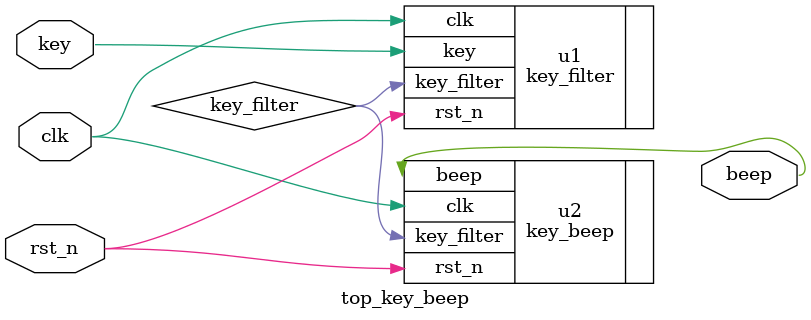
<source format=v>
module top_key_beep (
    input clk,key,rst_n,
    output beep
);

wire key_filter;
parameter CNT_MAX=20'd1000000-1; //20ms

    key_filter#(.CNT_MAX (CNT_MAX)) u1
    (
        .clk (clk),
        .rst_n (rst_n),
        .key (key),
        .key_filter (key_filter)
    );

    key_beep u2(
         .clk (clk),
        .rst_n (rst_n),
        .key_filter (key_filter),
        .beep (beep)
    );
    
endmodule
</source>
